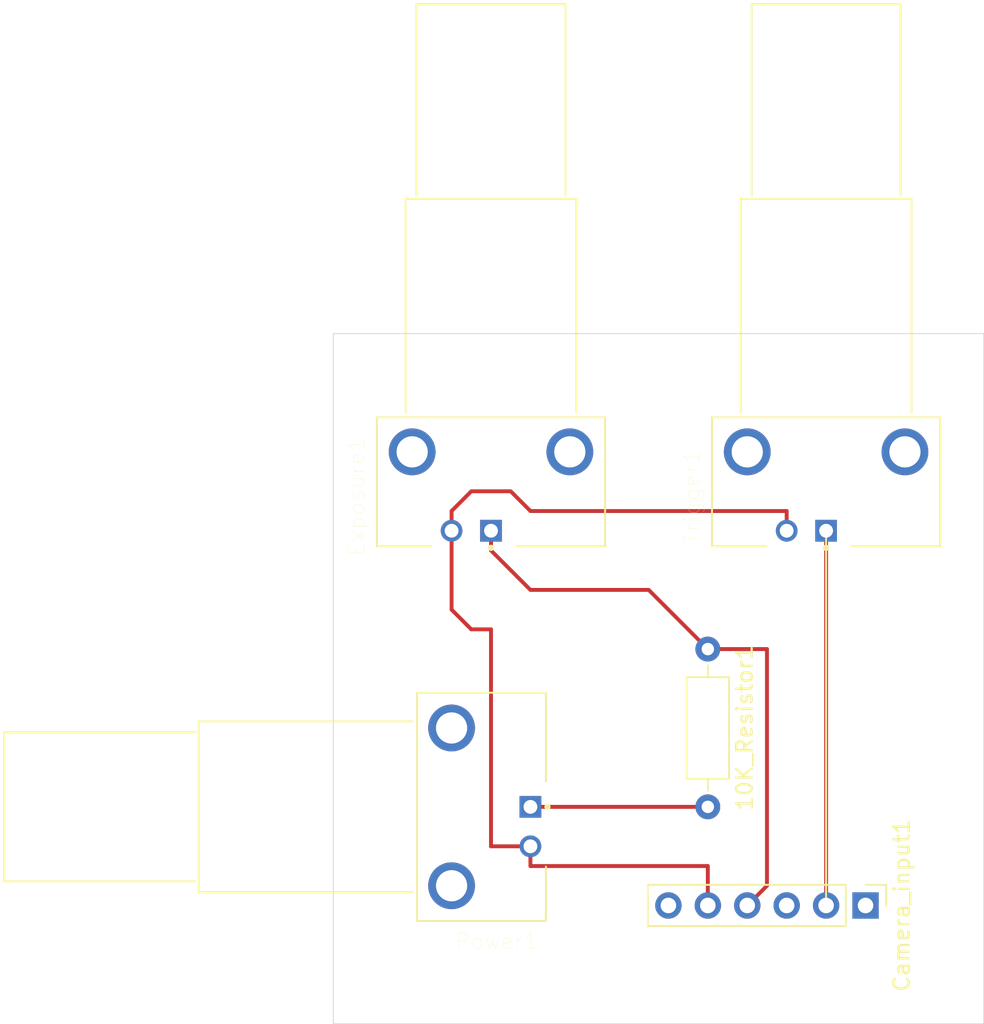
<source format=kicad_pcb>
(kicad_pcb (version 20211014) (generator pcbnew)
  (layers (0 "F.Cu" signal) (31 "B.Cu" signal) (34 "B.Paste" user) (35 "F.Paste" user) (36 "B.SilkS" user "B.Silkscreen") (37 "F.SilkS" user "F.Silkscreen") (38 "B.Mask" user) (39 "F.Mask" user) (44 "Edge.Cuts" user))
  (net 0 "")
  (net 1 "Net-(10K_Resistor1-Pad2)")
  (net 2 "Net-(10K_Resistor1-Pad1)")
  (net 3 "Net-(Camera_input1-Pad6)")
  (net 4 "GNDREF")
  (net 5 "Net-(Camera_input1-Pad3)")
  (net 6 "Net-(Camera_input1-Pad2)")
  (net 7 "Net-(Camera_input1-Pad1)")
  (footprint "Resistor_THT:R_Axial_DIN0207_L6.3mm_D2.5mm_P10.16mm_Horizontal" (layer "F.Cu") (at 160.02 64.77 -90)
    (fp_text reference "10K_Resistor1" (at 5.08 -2.37 90) (layer "F.SilkS"))
    (fp_text value "10k")
    (fp_line (start 1.81 1.37) (end 8.35 1.37) (layer "F.SilkS") (width 0.12))
    (fp_line (start 8.35 -1.37) (end 1.81 -1.37) (layer "F.SilkS") (width 0.12))
    (fp_line (start 8.35 1.37) (end 8.35 -1.37) (layer "F.SilkS") (width 0.12))
    (fp_line (start 1.81 -1.37) (end 1.81 1.37) (layer "F.SilkS") (width 0.12))
    (fp_line (start 1.04 0) (end 1.81 0) (layer "F.SilkS") (width 0.12))
    (fp_line (start 9.12 0) (end 8.35 0) (layer "F.SilkS") (width 0.12))
    (pad "1" thru_hole circle locked (at 0 0 270) (size 1.6 1.6) (drill 0.8) (layers *.Cu *.Mask) (net 2 "Net-(10K_Resistor1-Pad1)"))
    (pad "2" thru_hole oval locked (at 10.16 0 270) (size 1.6 1.6) (drill 0.8) (layers *.Cu *.Mask) (net 1 "Net-(10K_Resistor1-Pad2)"))
  )
  (footprint "Connector_PinHeader_2.54mm:PinHeader_1x06_P2.54mm_Vertical" (layer "F.Cu") (at 170.18 81.28 -90)
    (fp_text reference "Camera_input1" (at 0 -2.33 90) (layer "F.SilkS"))
    (fp_text value "Conn_01x06_Male")
    (fp_line (start -1.33 1.27) (end -1.33 14.03) (layer "F.SilkS") (width 0.12))
    (fp_line (start 1.33 1.27) (end 1.33 14.03) (layer "F.SilkS") (width 0.12))
    (fp_line (start -1.33 1.27) (end 1.33 1.27) (layer "F.SilkS") (width 0.12))
    (fp_line (start -1.33 14.03) (end 1.33 14.03) (layer "F.SilkS") (width 0.12))
    (fp_line (start -1.33 -1.33) (end 0 -1.33) (layer "F.SilkS") (width 0.12))
    (fp_line (start -1.33 0) (end -1.33 -1.33) (layer "F.SilkS") (width 0.12))
    (pad "1" thru_hole rect locked (at 0 0 270) (size 1.7 1.7) (drill 1) (layers *.Cu *.Mask) (net 7 "Net-(Camera_input1-Pad1)"))
    (pad "2" thru_hole oval locked (at 0 2.54 270) (size 1.7 1.7) (drill 1) (layers *.Cu *.Mask) (net 6 "Net-(Camera_input1-Pad2)"))
    (pad "3" thru_hole oval locked (at 0 5.08 270) (size 1.7 1.7) (drill 1) (layers *.Cu *.Mask) (net 5 "Net-(Camera_input1-Pad3)"))
    (pad "4" thru_hole oval locked (at 0 7.62 270) (size 1.7 1.7) (drill 1) (layers *.Cu *.Mask) (net 2 "Net-(10K_Resistor1-Pad1)"))
    (pad "5" thru_hole oval locked (at 0 10.16 270) (size 1.7 1.7) (drill 1) (layers *.Cu *.Mask) (net 4 "GNDREF"))
    (pad "6" thru_hole oval locked (at 0 12.7 270) (size 1.7 1.7) (drill 1) (layers *.Cu *.Mask) (net 3 "Net-(Camera_input1-Pad6)"))
  )
  (footprint "1-1634612-0:TE_1-1634612-0" (layer "F.Cu") (at 146.05 57.15 90)
    (fp_text reference "Exposure1" (at 2.179335 -8.652205 90) (layer "F.SilkS") (effects (font (size 1.001992 1.001992) (thickness 0.015))))
    (fp_text value "1-1634612-0")
    (fp_line (start -1 7.35) (end -1 1.65) (layer "F.SilkS") (width 0.127))
    (fp_line (start 7.3 7.35) (end -1 7.35) (layer "F.SilkS") (width 0.127))
    (fp_line (start -1 -7.35) (end 7.3 -7.35) (layer "F.SilkS") (width 0.127))
    (fp_line (start 33.9 -4.8) (end 33.9 4.8) (layer "F.SilkS") (width 0.127))
    (fp_line (start -1 -7.35) (end -1 -3.85) (layer "F.SilkS") (width 0.127))
    (fp_line (start 21.38 5.5) (end 7.62 5.5) (layer "F.SilkS") (width 0.127))
    (fp_line (start 21.38 -5.5) (end 21.38 5.5) (layer "F.SilkS") (width 0.127))
    (fp_line (start 21.59 -4.8) (end 33.9 -4.8) (layer "F.SilkS") (width 0.127))
    (fp_line (start 7.62 -5.5) (end 21.38 -5.5) (layer "F.SilkS") (width 0.127))
    (fp_line (start 7.3 -7.35) (end 7.3 7.35) (layer "F.SilkS") (width 0.127))
    (fp_line (start 33.9 4.8) (end 21.59 4.8) (layer "F.SilkS") (width 0.127))
    (fp_circle (center -1.1 0) (end -1 0) (layer "F.SilkS") (width 0.2) (fill none))
    (pad "1" thru_hole rect locked (at 0 0 90) (size 1.398 1.398) (drill 0.89) (layers *.Cu *.Mask) (net 2 "Net-(10K_Resistor1-Pad1)"))
    (pad "2" thru_hole circle locked (at 0 -2.54 90) (size 1.398 1.398) (drill 0.89) (layers *.Cu *.Mask) (net 4 "GNDREF"))
    (pad "S1" thru_hole circle locked (at 5.08 -5.08 90) (size 3.015 3.015) (drill 2.01) (layers *.Cu *.Mask))
    (pad "S2" thru_hole circle locked (at 5.08 5.08 90) (size 3.015 3.015) (drill 2.01) (layers *.Cu *.Mask))
  )
  (footprint "1-1634612-0:TE_1-1634612-0" (layer "F.Cu") (at 148.59 74.93 180)
    (fp_text reference "Power1" (at 2.179335 -8.652205) (layer "F.SilkS") (effects (font (size 1.001992 1.001992) (thickness 0.015))))
    (fp_text value "1-1634612-0")
    (fp_line (start -1 7.35) (end -1 1.65) (layer "F.SilkS") (width 0.127))
    (fp_line (start 7.3 7.35) (end -1 7.35) (layer "F.SilkS") (width 0.127))
    (fp_line (start 7.62 -5.5) (end 21.38 -5.5) (layer "F.SilkS") (width 0.127))
    (fp_line (start 21.38 5.5) (end 7.62 5.5) (layer "F.SilkS") (width 0.127))
    (fp_line (start 21.59 -4.8) (end 33.9 -4.8) (layer "F.SilkS") (width 0.127))
    (fp_line (start 33.9 -4.8) (end 33.9 4.8) (layer "F.SilkS") (width 0.127))
    (fp_line (start 21.38 -5.5) (end 21.38 5.5) (layer "F.SilkS") (width 0.127))
    (fp_line (start 7.3 -7.35) (end 7.3 7.35) (layer "F.SilkS") (width 0.127))
    (fp_line (start -1 -7.35) (end -1 -3.85) (layer "F.SilkS") (width 0.127))
    (fp_line (start 33.9 4.8) (end 21.59 4.8) (layer "F.SilkS") (width 0.127))
    (fp_line (start -1 -7.35) (end 7.3 -7.35) (layer "F.SilkS") (width 0.127))
    (fp_circle (center -1.1 0) (end -1 0) (layer "F.SilkS") (width 0.2) (fill none))
    (pad "1" thru_hole rect locked (at 0 0 180) (size 1.398 1.398) (drill 0.89) (layers *.Cu *.Mask) (net 1 "Net-(10K_Resistor1-Pad2)"))
    (pad "2" thru_hole circle locked (at 0 -2.54 180) (size 1.398 1.398) (drill 0.89) (layers *.Cu *.Mask) (net 4 "GNDREF"))
    (pad "S1" thru_hole circle locked (at 5.08 -5.08 180) (size 3.015 3.015) (drill 2.01) (layers *.Cu *.Mask))
    (pad "S2" thru_hole circle locked (at 5.08 5.08 180) (size 3.015 3.015) (drill 2.01) (layers *.Cu *.Mask))
  )
  (footprint "1-1634612-0:TE_1-1634612-0" (layer "F.Cu") (at 167.64 57.15 90)
    (fp_text reference "Trigger1" (at 2.179335 -8.652205 90) (layer "F.SilkS") (effects (font (size 1.001992 1.001992) (thickness 0.015))))
    (fp_text value "1-1634612-0")
    (fp_line (start 21.38 -5.5) (end 21.38 5.5) (layer "F.SilkS") (width 0.127))
    (fp_line (start 33.9 -4.8) (end 33.9 4.8) (layer "F.SilkS") (width 0.127))
    (fp_line (start 7.3 7.35) (end -1 7.35) (layer "F.SilkS") (width 0.127))
    (fp_line (start -1 -7.35) (end 7.3 -7.35) (layer "F.SilkS") (width 0.127))
    (fp_line (start 21.59 -4.8) (end 33.9 -4.8) (layer "F.SilkS") (width 0.127))
    (fp_line (start 33.9 4.8) (end 21.59 4.8) (layer "F.SilkS") (width 0.127))
    (fp_line (start -1 7.35) (end -1 1.65) (layer "F.SilkS") (width 0.127))
    (fp_line (start 7.3 -7.35) (end 7.3 7.35) (layer "F.SilkS") (width 0.127))
    (fp_line (start 21.38 5.5) (end 7.62 5.5) (layer "F.SilkS") (width 0.127))
    (fp_line (start 7.62 -5.5) (end 21.38 -5.5) (layer "F.SilkS") (width 0.127))
    (fp_line (start -1 -7.35) (end -1 -3.85) (layer "F.SilkS") (width 0.127))
    (fp_circle (center -1.1 0) (end -1 0) (layer "F.SilkS") (width 0.2) (fill none))
    (pad "1" thru_hole rect locked (at 0 0 90) (size 1.398 1.398) (drill 0.89) (layers *.Cu *.Mask) (net 6 "Net-(Camera_input1-Pad2)"))
    (pad "2" thru_hole circle locked (at 0 -2.54 90) (size 1.398 1.398) (drill 0.89) (layers *.Cu *.Mask) (net 4 "GNDREF"))
    (pad "S1" thru_hole circle locked (at 5.08 -5.08 90) (size 3.015 3.015) (drill 2.01) (layers *.Cu *.Mask))
    (pad "S2" thru_hole circle locked (at 5.08 5.08 90) (size 3.015 3.015) (drill 2.01) (layers *.Cu *.Mask))
  )
  (gr_line (start 167.64 57.15) (end 167.64 81.28) (layer "F.SilkS") (width 0.12))
  (gr_line (start 135.89 88.9) (end 177.8 88.9) (layer "Edge.Cuts") (width 0.05))
  (gr_line (start 177.8 88.9) (end 177.8 44.45) (layer "Edge.Cuts") (width 0.05))
  (gr_line (start 177.8 44.45) (end 135.89 44.45) (layer "Edge.Cuts") (width 0.05))
  (gr_line (start 135.89 44.45) (end 135.89 88.9) (layer "Edge.Cuts") (width 0.05))
  (segment (start 148.59 74.93) (end 160.02 74.93) (width 0.25) (layer "F.Cu") (net 1))
  (segment (start 160.02 64.77) (end 163.83 64.77) (width 0.25) (layer "F.Cu") (net 2))
  (segment (start 156.21 60.96) (end 160.02 64.77) (width 0.25) (layer "F.Cu") (net 2))
  (segment (start 163.83 64.77) (end 163.83 80.01) (width 0.25) (layer "F.Cu") (net 2))
  (segment (start 146.05 58.42) (end 148.59 60.96) (width 0.25) (layer "F.Cu") (net 2))
  (segment (start 148.59 60.96) (end 156.21 60.96) (width 0.25) (layer "F.Cu") (net 2))
  (segment (start 163.83 80.01) (end 162.56 81.28) (width 0.25) (layer "F.Cu") (net 2))
  (segment (start 146.05 57.15) (end 146.05 58.42) (width 0.25) (layer "F.Cu") (net 2))
  (segment (start 165.1 57.15) (end 165.1 55.88) (width 0.25) (layer "F.Cu") (net 4))
  (segment (start 148.59 55.88) (end 147.32 54.61) (width 0.25) (layer "F.Cu") (net 4))
  (segment (start 148.59 77.47) (end 146.05 77.47) (width 0.25) (layer "F.Cu") (net 4))
  (segment (start 146.05 77.47) (end 146.05 63.5) (width 0.25) (layer "F.Cu") (net 4))
  (segment (start 165.1 55.88) (end 148.59 55.88) (width 0.25) (layer "F.Cu") (net 4))
  (segment (start 146.05 63.5) (end 144.78 63.5) (width 0.25) (layer "F.Cu") (net 4))
  (segment (start 144.78 54.61) (end 143.51 55.88) (width 0.25) (layer "F.Cu") (net 4))
  (segment (start 143.51 62.23) (end 143.51 57.15) (width 0.25) (layer "F.Cu") (net 4))
  (segment (start 147.32 54.61) (end 144.78 54.61) (width 0.25) (layer "F.Cu") (net 4))
  (segment (start 143.51 55.88) (end 143.51 57.15) (width 0.25) (layer "F.Cu") (net 4))
  (segment (start 144.78 63.5) (end 143.51 62.23) (width 0.25) (layer "F.Cu") (net 4))
  (segment (start 160.02 78.74) (end 148.59 78.74) (width 0.25) (layer "F.Cu") (net 4))
  (segment (start 160.02 81.28) (end 160.02 78.74) (width 0.25) (layer "F.Cu") (net 4))
  (segment (start 148.59 78.74) (end 148.59 77.47) (width 0.25) (layer "F.Cu") (net 4))
  (segment (start 167.64 57.15) (end 167.64 81.28) (width 0.25) (layer "F.Cu") (net 6))
)
</source>
